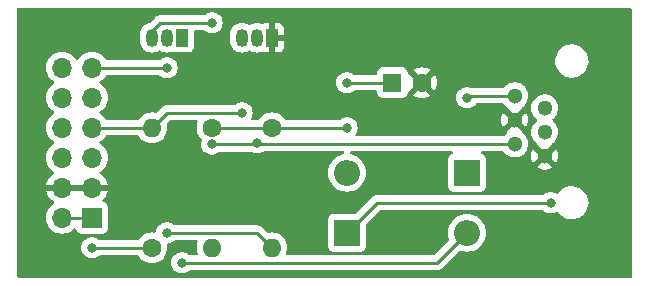
<source format=gbr>
%TF.GenerationSoftware,KiCad,Pcbnew,7.0.7*%
%TF.CreationDate,2023-08-25T15:40:09+02:00*%
%TF.ProjectId,blaat_p1if,626c6161-745f-4703-9169-662e6b696361,rev?*%
%TF.SameCoordinates,Original*%
%TF.FileFunction,Copper,L1,Top*%
%TF.FilePolarity,Positive*%
%FSLAX46Y46*%
G04 Gerber Fmt 4.6, Leading zero omitted, Abs format (unit mm)*
G04 Created by KiCad (PCBNEW 7.0.7) date 2023-08-25 15:40:09*
%MOMM*%
%LPD*%
G01*
G04 APERTURE LIST*
%TA.AperFunction,ComponentPad*%
%ADD10C,1.300000*%
%TD*%
%TA.AperFunction,ComponentPad*%
%ADD11C,1.600000*%
%TD*%
%TA.AperFunction,ComponentPad*%
%ADD12O,1.600000X1.600000*%
%TD*%
%TA.AperFunction,ComponentPad*%
%ADD13R,1.700000X1.700000*%
%TD*%
%TA.AperFunction,ComponentPad*%
%ADD14O,1.700000X1.700000*%
%TD*%
%TA.AperFunction,ComponentPad*%
%ADD15R,1.600000X1.600000*%
%TD*%
%TA.AperFunction,ComponentPad*%
%ADD16R,1.050000X1.500000*%
%TD*%
%TA.AperFunction,ComponentPad*%
%ADD17O,1.050000X1.500000*%
%TD*%
%TA.AperFunction,ComponentPad*%
%ADD18R,2.200000X2.200000*%
%TD*%
%TA.AperFunction,ComponentPad*%
%ADD19O,2.200000X2.200000*%
%TD*%
%TA.AperFunction,ViaPad*%
%ADD20C,0.800000*%
%TD*%
%TA.AperFunction,Conductor*%
%ADD21C,0.250000*%
%TD*%
G04 APERTURE END LIST*
D10*
%TO.P,J1,1*%
%TO.N,Net-(D2-K)*%
X134860000Y-58250000D03*
%TO.P,J1,2*%
%TO.N,SM_DATA_REQUEST*%
X137400000Y-59270000D03*
%TO.P,J1,3*%
%TO.N,GND*%
X134860000Y-60290000D03*
%TO.P,J1,4*%
%TO.N,unconnected-(J1-Pad4)*%
X137400000Y-61310000D03*
%TO.P,J1,5*%
%TO.N,~{SM_DATA}*%
X134860000Y-62330000D03*
%TO.P,J1,6*%
%TO.N,GND*%
X137400000Y-63350000D03*
%TD*%
D11*
%TO.P,R3,1*%
%TO.N,+5V*%
X114300000Y-60960000D03*
D12*
%TO.P,R3,2*%
%TO.N,CTS*%
X114300000Y-71120000D03*
%TD*%
D13*
%TO.P,J2,1,Pin_1*%
%TO.N,VCC*%
X99060000Y-68580000D03*
D14*
%TO.P,J2,2,Pin_2*%
X96520000Y-68580000D03*
%TO.P,J2,3,Pin_3*%
%TO.N,GND*%
X99060000Y-66040000D03*
%TO.P,J2,4,Pin_4*%
X96520000Y-66040000D03*
%TO.P,J2,5,Pin_5*%
%TO.N,RTS*%
X99060000Y-63500000D03*
%TO.P,J2,6,Pin_6*%
%TO.N,unconnected-(J2-Pin_6-Pad6)*%
X96520000Y-63500000D03*
%TO.P,J2,7,Pin_7*%
%TO.N,MCU_DATA*%
X99060000Y-60960000D03*
%TO.P,J2,8,Pin_8*%
%TO.N,unconnected-(J2-Pin_8-Pad8)*%
X96520000Y-60960000D03*
%TO.P,J2,9,Pin_9*%
%TO.N,TXD*%
X99060000Y-58420000D03*
%TO.P,J2,10,Pin_10*%
%TO.N,unconnected-(J2-Pin_10-Pad10)*%
X96520000Y-58420000D03*
%TO.P,J2,11,Pin_11*%
%TO.N,CTS*%
X99060000Y-55880000D03*
%TO.P,J2,12,Pin_12*%
%TO.N,unconnected-(J2-Pin_12-Pad12)*%
X96520000Y-55880000D03*
%TD*%
D15*
%TO.P,C1,1*%
%TO.N,+5V*%
X124500000Y-57150000D03*
D11*
%TO.P,C1,2*%
%TO.N,GND*%
X127000000Y-57150000D03*
%TD*%
D16*
%TO.P,Q1,1,D*%
%TO.N,Net-(D1-A)*%
X106680000Y-53340000D03*
D17*
%TO.P,Q1,2,G*%
%TO.N,CTS*%
X105410000Y-53340000D03*
%TO.P,Q1,3,S*%
%TO.N,+5V*%
X104140000Y-53340000D03*
%TD*%
D16*
%TO.P,Q2,1,S*%
%TO.N,GND*%
X114300000Y-53340000D03*
D17*
%TO.P,Q2,2,G*%
%TO.N,~{SM_DATA}*%
X113030000Y-53340000D03*
%TO.P,Q2,3,D*%
%TO.N,MCU_DATA*%
X111760000Y-53340000D03*
%TD*%
D12*
%TO.P,R2,2*%
%TO.N,~{SM_DATA}*%
X109220000Y-71120000D03*
D11*
%TO.P,R2,1*%
%TO.N,+5V*%
X109220000Y-60960000D03*
%TD*%
D18*
%TO.P,D2,1,K*%
%TO.N,Net-(D2-K)*%
X130810000Y-64770000D03*
D19*
%TO.P,D2,2,A*%
%TO.N,+5V*%
X120650000Y-64770000D03*
%TD*%
D18*
%TO.P,D1,1,K*%
%TO.N,SM_DATA_REQUEST*%
X120650000Y-69850000D03*
D19*
%TO.P,D1,2,A*%
%TO.N,Net-(D1-A)*%
X130810000Y-69850000D03*
%TD*%
D11*
%TO.P,R1,1*%
%TO.N,VCC*%
X104140000Y-71120000D03*
D12*
%TO.P,R1,2*%
%TO.N,MCU_DATA*%
X104140000Y-60960000D03*
%TD*%
D20*
%TO.N,Net-(D2-K)*%
X130810000Y-58420000D03*
%TO.N,VCC*%
X99060000Y-71120000D03*
%TO.N,+5V*%
X109220000Y-52070000D03*
%TO.N,CTS*%
X105410000Y-55880000D03*
%TO.N,~{SM_DATA}*%
X109220000Y-62359503D03*
%TO.N,CTS*%
X105410000Y-69850000D03*
%TO.N,MCU_DATA*%
X111760000Y-59690000D03*
%TO.N,+5V*%
X120650000Y-60960000D03*
X120650000Y-57150000D03*
%TO.N,~{SM_DATA}*%
X113030000Y-62230000D03*
%TO.N,SM_DATA_REQUEST*%
X137900500Y-67310000D03*
%TO.N,Net-(D1-A)*%
X106680000Y-72390000D03*
%TD*%
D21*
%TO.N,Net-(D2-K)*%
X130810000Y-58420000D02*
X130980000Y-58250000D01*
X130980000Y-58250000D02*
X134860000Y-58250000D01*
%TO.N,VCC*%
X104140000Y-71120000D02*
X99060000Y-71120000D01*
X96520000Y-68580000D02*
X99060000Y-68580000D01*
%TO.N,+5V*%
X109220000Y-52070000D02*
X104860000Y-52070000D01*
X104860000Y-52070000D02*
X104140000Y-52790000D01*
X104140000Y-52790000D02*
X104140000Y-53340000D01*
%TO.N,CTS*%
X99060000Y-55880000D02*
X105410000Y-55880000D01*
%TO.N,~{SM_DATA}*%
X112900497Y-62359503D02*
X113030000Y-62230000D01*
X109220000Y-62359503D02*
X112900497Y-62359503D01*
%TO.N,CTS*%
X105410000Y-69850000D02*
X113030000Y-69850000D01*
X113030000Y-69850000D02*
X114300000Y-71120000D01*
%TO.N,MCU_DATA*%
X105410000Y-59690000D02*
X111760000Y-59690000D01*
X104140000Y-60960000D02*
X105410000Y-59690000D01*
X99060000Y-60960000D02*
X104140000Y-60960000D01*
%TO.N,+5V*%
X109220000Y-60960000D02*
X120650000Y-60960000D01*
X124500000Y-57150000D02*
X120650000Y-57150000D01*
%TO.N,~{SM_DATA}*%
X113130000Y-62330000D02*
X113030000Y-62230000D01*
X134860000Y-62330000D02*
X113130000Y-62330000D01*
%TO.N,SM_DATA_REQUEST*%
X123190000Y-67310000D02*
X137900500Y-67310000D01*
X120650000Y-69850000D02*
X123190000Y-67310000D01*
%TO.N,Net-(D1-A)*%
X128270000Y-72390000D02*
X106680000Y-72390000D01*
X130810000Y-69850000D02*
X128270000Y-72390000D01*
%TD*%
%TA.AperFunction,Conductor*%
%TO.N,GND*%
G36*
X98513692Y-65809685D02*
G01*
X98559447Y-65862489D01*
X98569391Y-65931647D01*
X98565631Y-65948933D01*
X98560000Y-65968111D01*
X98560000Y-66111888D01*
X98565631Y-66131067D01*
X98565630Y-66200936D01*
X98527855Y-66259714D01*
X98464299Y-66288738D01*
X98446653Y-66290000D01*
X97133347Y-66290000D01*
X97066308Y-66270315D01*
X97020553Y-66217511D01*
X97010609Y-66148353D01*
X97014369Y-66131067D01*
X97020000Y-66111888D01*
X97020000Y-65968111D01*
X97014369Y-65948933D01*
X97014370Y-65879064D01*
X97052145Y-65820286D01*
X97115701Y-65791262D01*
X97133347Y-65790000D01*
X98446653Y-65790000D01*
X98513692Y-65809685D01*
G37*
%TD.AperFunction*%
%TA.AperFunction,Conductor*%
G36*
X144722539Y-50820185D02*
G01*
X144768294Y-50872989D01*
X144779500Y-50924500D01*
X144779500Y-73535500D01*
X144759815Y-73602539D01*
X144707011Y-73648294D01*
X144655500Y-73659500D01*
X92834500Y-73659500D01*
X92767461Y-73639815D01*
X92721706Y-73587011D01*
X92710500Y-73535500D01*
X92710500Y-71120000D01*
X98154540Y-71120000D01*
X98174326Y-71308256D01*
X98174327Y-71308259D01*
X98232818Y-71488277D01*
X98232821Y-71488284D01*
X98327467Y-71652216D01*
X98435982Y-71772734D01*
X98454129Y-71792888D01*
X98607265Y-71904148D01*
X98607270Y-71904151D01*
X98780192Y-71981142D01*
X98780197Y-71981144D01*
X98965354Y-72020500D01*
X98965355Y-72020500D01*
X99154644Y-72020500D01*
X99154646Y-72020500D01*
X99339803Y-71981144D01*
X99512730Y-71904151D01*
X99665871Y-71792888D01*
X99668788Y-71789647D01*
X99671600Y-71786526D01*
X99731087Y-71749879D01*
X99763748Y-71745500D01*
X102925812Y-71745500D01*
X102992851Y-71765185D01*
X103027387Y-71798377D01*
X103139954Y-71959141D01*
X103300858Y-72120045D01*
X103300861Y-72120047D01*
X103487266Y-72250568D01*
X103693504Y-72346739D01*
X103913308Y-72405635D01*
X104075230Y-72419801D01*
X104139998Y-72425468D01*
X104140000Y-72425468D01*
X104140002Y-72425468D01*
X104196673Y-72420509D01*
X104366692Y-72405635D01*
X104586496Y-72346739D01*
X104792734Y-72250568D01*
X104979139Y-72120047D01*
X105140047Y-71959139D01*
X105270568Y-71772734D01*
X105366739Y-71566496D01*
X105425635Y-71346692D01*
X105445468Y-71120000D01*
X105425635Y-70893308D01*
X105425632Y-70893296D01*
X105425012Y-70889779D01*
X105425188Y-70888199D01*
X105425163Y-70887914D01*
X105425220Y-70887908D01*
X105432752Y-70820340D01*
X105476806Y-70766108D01*
X105521346Y-70746950D01*
X105689803Y-70711144D01*
X105862730Y-70634151D01*
X106015871Y-70522888D01*
X106019333Y-70519043D01*
X106021600Y-70516526D01*
X106081087Y-70479879D01*
X106113748Y-70475500D01*
X107890951Y-70475500D01*
X107957990Y-70495185D01*
X108003745Y-70547989D01*
X108013689Y-70617147D01*
X108003333Y-70651905D01*
X107993262Y-70673502D01*
X107993258Y-70673511D01*
X107934366Y-70893302D01*
X107934364Y-70893313D01*
X107914532Y-71119998D01*
X107914532Y-71120001D01*
X107934364Y-71346686D01*
X107934366Y-71346697D01*
X107993258Y-71566488D01*
X107993260Y-71566492D01*
X107993261Y-71566496D01*
X108003333Y-71588095D01*
X108013825Y-71657173D01*
X107985305Y-71720957D01*
X107926829Y-71759196D01*
X107890951Y-71764500D01*
X107383748Y-71764500D01*
X107316709Y-71744815D01*
X107291600Y-71723474D01*
X107285873Y-71717114D01*
X107285869Y-71717110D01*
X107132734Y-71605851D01*
X107132729Y-71605848D01*
X106959807Y-71528857D01*
X106959802Y-71528855D01*
X106814000Y-71497865D01*
X106774646Y-71489500D01*
X106585354Y-71489500D01*
X106552897Y-71496398D01*
X106400197Y-71528855D01*
X106400192Y-71528857D01*
X106227270Y-71605848D01*
X106227265Y-71605851D01*
X106074129Y-71717111D01*
X105947466Y-71857785D01*
X105852821Y-72021715D01*
X105852818Y-72021722D01*
X105794327Y-72201740D01*
X105794326Y-72201744D01*
X105774540Y-72390000D01*
X105794326Y-72578256D01*
X105794327Y-72578259D01*
X105852818Y-72758277D01*
X105852821Y-72758284D01*
X105947467Y-72922216D01*
X106068401Y-73056526D01*
X106074129Y-73062888D01*
X106227265Y-73174148D01*
X106227270Y-73174151D01*
X106400192Y-73251142D01*
X106400197Y-73251144D01*
X106585354Y-73290500D01*
X106585355Y-73290500D01*
X106774644Y-73290500D01*
X106774646Y-73290500D01*
X106959803Y-73251144D01*
X107132730Y-73174151D01*
X107285871Y-73062888D01*
X107288788Y-73059647D01*
X107291600Y-73056526D01*
X107351087Y-73019879D01*
X107383748Y-73015500D01*
X128187257Y-73015500D01*
X128202877Y-73017224D01*
X128202904Y-73016939D01*
X128210660Y-73017671D01*
X128210667Y-73017673D01*
X128279814Y-73015500D01*
X128309350Y-73015500D01*
X128316228Y-73014630D01*
X128322041Y-73014172D01*
X128368627Y-73012709D01*
X128387869Y-73007117D01*
X128406912Y-73003174D01*
X128426792Y-73000664D01*
X128470122Y-72983507D01*
X128475646Y-72981617D01*
X128479396Y-72980527D01*
X128520390Y-72968618D01*
X128537629Y-72958422D01*
X128555103Y-72949862D01*
X128573727Y-72942488D01*
X128573727Y-72942487D01*
X128573732Y-72942486D01*
X128611449Y-72915082D01*
X128616305Y-72911892D01*
X128656420Y-72888170D01*
X128670589Y-72873999D01*
X128685379Y-72861368D01*
X128701587Y-72849594D01*
X128731299Y-72813676D01*
X128735212Y-72809376D01*
X130151945Y-71392644D01*
X130213266Y-71359161D01*
X130282958Y-71364145D01*
X130287037Y-71365750D01*
X130313889Y-71376873D01*
X130558852Y-71435683D01*
X130810000Y-71455449D01*
X131061148Y-71435683D01*
X131306111Y-71376873D01*
X131538859Y-71280466D01*
X131753659Y-71148836D01*
X131945224Y-70985224D01*
X132108836Y-70793659D01*
X132240466Y-70578859D01*
X132336873Y-70346111D01*
X132395683Y-70101148D01*
X132415449Y-69850000D01*
X132395683Y-69598852D01*
X132336873Y-69353889D01*
X132321918Y-69317784D01*
X132240466Y-69121140D01*
X132108839Y-68906346D01*
X132108838Y-68906343D01*
X132031172Y-68815408D01*
X131945224Y-68714776D01*
X131787422Y-68580000D01*
X131753656Y-68551161D01*
X131753653Y-68551160D01*
X131538859Y-68419533D01*
X131306110Y-68323126D01*
X131061151Y-68264317D01*
X130810000Y-68244551D01*
X130558848Y-68264317D01*
X130313889Y-68323126D01*
X130081140Y-68419533D01*
X129866346Y-68551160D01*
X129866343Y-68551161D01*
X129674776Y-68714776D01*
X129511161Y-68906343D01*
X129511160Y-68906346D01*
X129379533Y-69121140D01*
X129283126Y-69353889D01*
X129224317Y-69598848D01*
X129204551Y-69849999D01*
X129224317Y-70101151D01*
X129283126Y-70346110D01*
X129294232Y-70372921D01*
X129301701Y-70442390D01*
X129270426Y-70504869D01*
X129267352Y-70508055D01*
X128047228Y-71728181D01*
X127985905Y-71761666D01*
X127959547Y-71764500D01*
X115629049Y-71764500D01*
X115562010Y-71744815D01*
X115516255Y-71692011D01*
X115506311Y-71622853D01*
X115516667Y-71588095D01*
X115526739Y-71566496D01*
X115585635Y-71346692D01*
X115605468Y-71120000D01*
X115594783Y-70997870D01*
X119049500Y-70997870D01*
X119049501Y-70997876D01*
X119055908Y-71057483D01*
X119106202Y-71192328D01*
X119106206Y-71192335D01*
X119192452Y-71307544D01*
X119192455Y-71307547D01*
X119307664Y-71393793D01*
X119307671Y-71393797D01*
X119442517Y-71444091D01*
X119442516Y-71444091D01*
X119449444Y-71444835D01*
X119502127Y-71450500D01*
X121797872Y-71450499D01*
X121857483Y-71444091D01*
X121992331Y-71393796D01*
X122107546Y-71307546D01*
X122193796Y-71192331D01*
X122244091Y-71057483D01*
X122250500Y-70997873D01*
X122250499Y-69185452D01*
X122270184Y-69118414D01*
X122286818Y-69097772D01*
X123412772Y-67971819D01*
X123474095Y-67938334D01*
X123500453Y-67935500D01*
X137196752Y-67935500D01*
X137263791Y-67955185D01*
X137288900Y-67976526D01*
X137294626Y-67982885D01*
X137294630Y-67982889D01*
X137447765Y-68094148D01*
X137447770Y-68094151D01*
X137620692Y-68171142D01*
X137620697Y-68171144D01*
X137805854Y-68210500D01*
X137805855Y-68210500D01*
X137995144Y-68210500D01*
X137995146Y-68210500D01*
X138180303Y-68171144D01*
X138303405Y-68116335D01*
X138353228Y-68094152D01*
X138353228Y-68094151D01*
X138353230Y-68094151D01*
X138372688Y-68080013D01*
X138438492Y-68056533D01*
X138506547Y-68072357D01*
X138551163Y-68115315D01*
X138551797Y-68116344D01*
X138569931Y-68145795D01*
X138727436Y-68324755D01*
X138912920Y-68474523D01*
X139121046Y-68590790D01*
X139345828Y-68670211D01*
X139345829Y-68670211D01*
X139580790Y-68710499D01*
X139580798Y-68710499D01*
X139580800Y-68710500D01*
X139580801Y-68710500D01*
X139759502Y-68710500D01*
X139937536Y-68695347D01*
X139937539Y-68695346D01*
X139937541Y-68695346D01*
X140168249Y-68635275D01*
X140300973Y-68575279D01*
X140385480Y-68537080D01*
X140385481Y-68537078D01*
X140385486Y-68537077D01*
X140583003Y-68403579D01*
X140755118Y-68238621D01*
X140896879Y-68046947D01*
X141004207Y-67834074D01*
X141074016Y-67606123D01*
X141104298Y-67369654D01*
X141103747Y-67356692D01*
X141094180Y-67131471D01*
X141094180Y-67131467D01*
X141043954Y-66898419D01*
X141009159Y-66811830D01*
X140955064Y-66677210D01*
X140830069Y-66474205D01*
X140672564Y-66295245D01*
X140487080Y-66145477D01*
X140349891Y-66068838D01*
X140278955Y-66029210D01*
X140054170Y-65949788D01*
X139819209Y-65909500D01*
X139819200Y-65909500D01*
X139640503Y-65909500D01*
X139640498Y-65909500D01*
X139462463Y-65924652D01*
X139231751Y-65984724D01*
X139014519Y-66082919D01*
X139014511Y-66082924D01*
X138817006Y-66216413D01*
X138816997Y-66216421D01*
X138644881Y-66381379D01*
X138644880Y-66381380D01*
X138546549Y-66514333D01*
X138490859Y-66556527D01*
X138421197Y-66561915D01*
X138373969Y-66540916D01*
X138353234Y-66525851D01*
X138353229Y-66525848D01*
X138180307Y-66448857D01*
X138180302Y-66448855D01*
X138034501Y-66417865D01*
X137995146Y-66409500D01*
X137805854Y-66409500D01*
X137773397Y-66416398D01*
X137620697Y-66448855D01*
X137620692Y-66448857D01*
X137447770Y-66525848D01*
X137447765Y-66525851D01*
X137294630Y-66637110D01*
X137294626Y-66637114D01*
X137288900Y-66643474D01*
X137229413Y-66680121D01*
X137196752Y-66684500D01*
X123272737Y-66684500D01*
X123257120Y-66682776D01*
X123257093Y-66683062D01*
X123249331Y-66682327D01*
X123180203Y-66684500D01*
X123150650Y-66684500D01*
X123149929Y-66684590D01*
X123143757Y-66685369D01*
X123137945Y-66685826D01*
X123091372Y-66687290D01*
X123091369Y-66687291D01*
X123072126Y-66692881D01*
X123053083Y-66696825D01*
X123033204Y-66699336D01*
X123033203Y-66699337D01*
X122989878Y-66716490D01*
X122984352Y-66718382D01*
X122939608Y-66731383D01*
X122939604Y-66731385D01*
X122922365Y-66741580D01*
X122904898Y-66750137D01*
X122886269Y-66757512D01*
X122886267Y-66757513D01*
X122848564Y-66784906D01*
X122843682Y-66788112D01*
X122803580Y-66811828D01*
X122789408Y-66826000D01*
X122774623Y-66838628D01*
X122758412Y-66850407D01*
X122728709Y-66886310D01*
X122724777Y-66890631D01*
X121402226Y-68213181D01*
X121340903Y-68246666D01*
X121314545Y-68249500D01*
X119502129Y-68249500D01*
X119502123Y-68249501D01*
X119442516Y-68255908D01*
X119307671Y-68306202D01*
X119307664Y-68306206D01*
X119192455Y-68392452D01*
X119192452Y-68392455D01*
X119106206Y-68507664D01*
X119106202Y-68507671D01*
X119055908Y-68642517D01*
X119049501Y-68702116D01*
X119049500Y-68702135D01*
X119049500Y-70997870D01*
X115594783Y-70997870D01*
X115585635Y-70893308D01*
X115526739Y-70673504D01*
X115430568Y-70467266D01*
X115300047Y-70280861D01*
X115300045Y-70280858D01*
X115139141Y-70119954D01*
X114952734Y-69989432D01*
X114952732Y-69989431D01*
X114746497Y-69893261D01*
X114746488Y-69893258D01*
X114526697Y-69834366D01*
X114526693Y-69834365D01*
X114526692Y-69834365D01*
X114526691Y-69834364D01*
X114526686Y-69834364D01*
X114300002Y-69814532D01*
X114299999Y-69814532D01*
X114073313Y-69834364D01*
X114073296Y-69834367D01*
X114004949Y-69852680D01*
X113935099Y-69851016D01*
X113885177Y-69820586D01*
X113530803Y-69466212D01*
X113520980Y-69453950D01*
X113520759Y-69454134D01*
X113515786Y-69448123D01*
X113515785Y-69448122D01*
X113465364Y-69400773D01*
X113454919Y-69390328D01*
X113444475Y-69379883D01*
X113438986Y-69375625D01*
X113434561Y-69371847D01*
X113400582Y-69339938D01*
X113400580Y-69339936D01*
X113400577Y-69339935D01*
X113383029Y-69330288D01*
X113366763Y-69319604D01*
X113350933Y-69307325D01*
X113308168Y-69288818D01*
X113302922Y-69286248D01*
X113262093Y-69263803D01*
X113262092Y-69263802D01*
X113242693Y-69258822D01*
X113224281Y-69252518D01*
X113205898Y-69244562D01*
X113205892Y-69244560D01*
X113159874Y-69237272D01*
X113154152Y-69236087D01*
X113109021Y-69224500D01*
X113109019Y-69224500D01*
X113088984Y-69224500D01*
X113069586Y-69222973D01*
X113062162Y-69221797D01*
X113049805Y-69219840D01*
X113049804Y-69219840D01*
X113003416Y-69224225D01*
X112997578Y-69224500D01*
X106113748Y-69224500D01*
X106046709Y-69204815D01*
X106021600Y-69183474D01*
X106015873Y-69177114D01*
X106015869Y-69177110D01*
X105862734Y-69065851D01*
X105862729Y-69065848D01*
X105689807Y-68988857D01*
X105689802Y-68988855D01*
X105544000Y-68957865D01*
X105504646Y-68949500D01*
X105315354Y-68949500D01*
X105282897Y-68956398D01*
X105130197Y-68988855D01*
X105130192Y-68988857D01*
X104957270Y-69065848D01*
X104957265Y-69065851D01*
X104804129Y-69177111D01*
X104677466Y-69317785D01*
X104582821Y-69481715D01*
X104582818Y-69481722D01*
X104524327Y-69661740D01*
X104524326Y-69661744D01*
X104523213Y-69672335D01*
X104517538Y-69726329D01*
X104490953Y-69790943D01*
X104433655Y-69830927D01*
X104372386Y-69833261D01*
X104372026Y-69835306D01*
X104366686Y-69834364D01*
X104140002Y-69814532D01*
X104139998Y-69814532D01*
X103913313Y-69834364D01*
X103913302Y-69834366D01*
X103693511Y-69893258D01*
X103693502Y-69893261D01*
X103487267Y-69989431D01*
X103487265Y-69989432D01*
X103300858Y-70119954D01*
X103139954Y-70280858D01*
X103027387Y-70441623D01*
X102972811Y-70485248D01*
X102925812Y-70494500D01*
X99763748Y-70494500D01*
X99696709Y-70474815D01*
X99671600Y-70453474D01*
X99665873Y-70447114D01*
X99665869Y-70447110D01*
X99512734Y-70335851D01*
X99512729Y-70335848D01*
X99339807Y-70258857D01*
X99339802Y-70258855D01*
X99194000Y-70227865D01*
X99154646Y-70219500D01*
X98965354Y-70219500D01*
X98932897Y-70226398D01*
X98780197Y-70258855D01*
X98780192Y-70258857D01*
X98607270Y-70335848D01*
X98607265Y-70335851D01*
X98454129Y-70447111D01*
X98327466Y-70587785D01*
X98232821Y-70751715D01*
X98232818Y-70751722D01*
X98186813Y-70893313D01*
X98174326Y-70931744D01*
X98154540Y-71120000D01*
X92710500Y-71120000D01*
X92710500Y-68580000D01*
X95164341Y-68580000D01*
X95184936Y-68815403D01*
X95184938Y-68815413D01*
X95246094Y-69043655D01*
X95246096Y-69043659D01*
X95246097Y-69043663D01*
X95311292Y-69183474D01*
X95345965Y-69257830D01*
X95345967Y-69257834D01*
X95446055Y-69400773D01*
X95481505Y-69451401D01*
X95648599Y-69618495D01*
X95745384Y-69686265D01*
X95842165Y-69754032D01*
X95842167Y-69754033D01*
X95842170Y-69754035D01*
X96056337Y-69853903D01*
X96284592Y-69915063D01*
X96461034Y-69930500D01*
X96519999Y-69935659D01*
X96520000Y-69935659D01*
X96520001Y-69935659D01*
X96578966Y-69930500D01*
X96755408Y-69915063D01*
X96983663Y-69853903D01*
X97197830Y-69754035D01*
X97391401Y-69618495D01*
X97513329Y-69496566D01*
X97574648Y-69463084D01*
X97644340Y-69468068D01*
X97700274Y-69509939D01*
X97717189Y-69540917D01*
X97766202Y-69672328D01*
X97766206Y-69672335D01*
X97852452Y-69787544D01*
X97852455Y-69787547D01*
X97967664Y-69873793D01*
X97967671Y-69873797D01*
X98102517Y-69924091D01*
X98102516Y-69924091D01*
X98109444Y-69924835D01*
X98162127Y-69930500D01*
X99957872Y-69930499D01*
X100017483Y-69924091D01*
X100152331Y-69873796D01*
X100267546Y-69787546D01*
X100353796Y-69672331D01*
X100404091Y-69537483D01*
X100410500Y-69477873D01*
X100410499Y-67682128D01*
X100404091Y-67622517D01*
X100402810Y-67619083D01*
X100353797Y-67487671D01*
X100353793Y-67487664D01*
X100267547Y-67372455D01*
X100267544Y-67372452D01*
X100152335Y-67286206D01*
X100152328Y-67286202D01*
X100020401Y-67236997D01*
X99964467Y-67195126D01*
X99940050Y-67129662D01*
X99954902Y-67061389D01*
X99976053Y-67033133D01*
X100098108Y-66911078D01*
X100233600Y-66717578D01*
X100333429Y-66503492D01*
X100333432Y-66503486D01*
X100390636Y-66290000D01*
X99673347Y-66290000D01*
X99606308Y-66270315D01*
X99560553Y-66217511D01*
X99550609Y-66148353D01*
X99554369Y-66131067D01*
X99560000Y-66111888D01*
X99560000Y-65968111D01*
X99554369Y-65948933D01*
X99554370Y-65879064D01*
X99592145Y-65820286D01*
X99655701Y-65791262D01*
X99673347Y-65790000D01*
X100390636Y-65790000D01*
X100390635Y-65789999D01*
X100333432Y-65576513D01*
X100333429Y-65576507D01*
X100233600Y-65362422D01*
X100233599Y-65362420D01*
X100098113Y-65168926D01*
X100098108Y-65168920D01*
X99931078Y-65001890D01*
X99745405Y-64871879D01*
X99701780Y-64817302D01*
X99694588Y-64747804D01*
X99726110Y-64685449D01*
X99745406Y-64668730D01*
X99931401Y-64538495D01*
X100098495Y-64371401D01*
X100234035Y-64177830D01*
X100333903Y-63963663D01*
X100395063Y-63735408D01*
X100415659Y-63500000D01*
X100395063Y-63264592D01*
X100333903Y-63036337D01*
X100234035Y-62822171D01*
X100228425Y-62814158D01*
X100098494Y-62628597D01*
X99931402Y-62461506D01*
X99931396Y-62461501D01*
X99745842Y-62331575D01*
X99702217Y-62276998D01*
X99695023Y-62207500D01*
X99726546Y-62145145D01*
X99745842Y-62128425D01*
X99802995Y-62088406D01*
X99931401Y-61998495D01*
X100098495Y-61831401D01*
X100233651Y-61638377D01*
X100288229Y-61594752D01*
X100335227Y-61585500D01*
X102925812Y-61585500D01*
X102992851Y-61605185D01*
X103027387Y-61638377D01*
X103139954Y-61799141D01*
X103300858Y-61960045D01*
X103300861Y-61960047D01*
X103487266Y-62090568D01*
X103693504Y-62186739D01*
X103913308Y-62245635D01*
X104075230Y-62259801D01*
X104139998Y-62265468D01*
X104140000Y-62265468D01*
X104140002Y-62265468D01*
X104196673Y-62260509D01*
X104366692Y-62245635D01*
X104586496Y-62186739D01*
X104792734Y-62090568D01*
X104979139Y-61960047D01*
X105140047Y-61799139D01*
X105270568Y-61612734D01*
X105366739Y-61406496D01*
X105425635Y-61186692D01*
X105445468Y-60960000D01*
X105425635Y-60733308D01*
X105407318Y-60664948D01*
X105408981Y-60595103D01*
X105439408Y-60545181D01*
X105632773Y-60351816D01*
X105694096Y-60318334D01*
X105720453Y-60315500D01*
X107890951Y-60315500D01*
X107957990Y-60335185D01*
X108003745Y-60387989D01*
X108013689Y-60457147D01*
X108003333Y-60491905D01*
X107993262Y-60513502D01*
X107993258Y-60513511D01*
X107934366Y-60733302D01*
X107934364Y-60733313D01*
X107914532Y-60959998D01*
X107914532Y-60960001D01*
X107934364Y-61186686D01*
X107934366Y-61186697D01*
X107993258Y-61406488D01*
X107993261Y-61406497D01*
X108089431Y-61612732D01*
X108089432Y-61612734D01*
X108219954Y-61799141D01*
X108343800Y-61922987D01*
X108377285Y-61984310D01*
X108374050Y-62048985D01*
X108334327Y-62171242D01*
X108334326Y-62171244D01*
X108334326Y-62171247D01*
X108314540Y-62359503D01*
X108334326Y-62547759D01*
X108334327Y-62547762D01*
X108392818Y-62727780D01*
X108392821Y-62727787D01*
X108487467Y-62891719D01*
X108584539Y-62999528D01*
X108614129Y-63032391D01*
X108767265Y-63143651D01*
X108767270Y-63143654D01*
X108940192Y-63220645D01*
X108940197Y-63220647D01*
X109125354Y-63260003D01*
X109125355Y-63260003D01*
X109314644Y-63260003D01*
X109314646Y-63260003D01*
X109499803Y-63220647D01*
X109672730Y-63143654D01*
X109825871Y-63032391D01*
X109829835Y-63027989D01*
X109831600Y-63026029D01*
X109891087Y-62989382D01*
X109923748Y-62985003D01*
X112496861Y-62985003D01*
X112563900Y-63004688D01*
X112569747Y-63008685D01*
X112577270Y-63014151D01*
X112750192Y-63091142D01*
X112750197Y-63091144D01*
X112935354Y-63130500D01*
X112935355Y-63130500D01*
X113124644Y-63130500D01*
X113124646Y-63130500D01*
X113309803Y-63091144D01*
X113482730Y-63014151D01*
X113516822Y-62989382D01*
X113530862Y-62979182D01*
X113596669Y-62955702D01*
X113603747Y-62955500D01*
X120304272Y-62955500D01*
X120371311Y-62975185D01*
X120417066Y-63027989D01*
X120427010Y-63097147D01*
X120397985Y-63160703D01*
X120339207Y-63198477D01*
X120333219Y-63200074D01*
X120153889Y-63243126D01*
X119921140Y-63339533D01*
X119706346Y-63471160D01*
X119706343Y-63471161D01*
X119514776Y-63634776D01*
X119351161Y-63826343D01*
X119351160Y-63826346D01*
X119219533Y-64041140D01*
X119123126Y-64273889D01*
X119064317Y-64518848D01*
X119044551Y-64770000D01*
X119064317Y-65021151D01*
X119123126Y-65266110D01*
X119219533Y-65498859D01*
X119351160Y-65713653D01*
X119351161Y-65713656D01*
X119351164Y-65713659D01*
X119514776Y-65905224D01*
X119607859Y-65984724D01*
X119706343Y-66068838D01*
X119706346Y-66068839D01*
X119921140Y-66200466D01*
X120064179Y-66259714D01*
X120153889Y-66296873D01*
X120398852Y-66355683D01*
X120650000Y-66375449D01*
X120901148Y-66355683D01*
X121146111Y-66296873D01*
X121378859Y-66200466D01*
X121593659Y-66068836D01*
X121785224Y-65905224D01*
X121948836Y-65713659D01*
X122080466Y-65498859D01*
X122176873Y-65266111D01*
X122235683Y-65021148D01*
X122255449Y-64770000D01*
X122235683Y-64518852D01*
X122176873Y-64273889D01*
X122080466Y-64041141D01*
X122080466Y-64041140D01*
X121948839Y-63826346D01*
X121948838Y-63826343D01*
X121889104Y-63756404D01*
X121785224Y-63634776D01*
X121627422Y-63500000D01*
X121593656Y-63471161D01*
X121593653Y-63471160D01*
X121378859Y-63339533D01*
X121146110Y-63243126D01*
X120966781Y-63200074D01*
X120906189Y-63165283D01*
X120874025Y-63103257D01*
X120880501Y-63033688D01*
X120923560Y-62978664D01*
X120989533Y-62955655D01*
X120995728Y-62955500D01*
X129506169Y-62955500D01*
X129573208Y-62975185D01*
X129618963Y-63027989D01*
X129628907Y-63097147D01*
X129599882Y-63160703D01*
X129549502Y-63195682D01*
X129467671Y-63226202D01*
X129467664Y-63226206D01*
X129352455Y-63312452D01*
X129352452Y-63312455D01*
X129266206Y-63427664D01*
X129266202Y-63427671D01*
X129215908Y-63562517D01*
X129209501Y-63622116D01*
X129209501Y-63622123D01*
X129209500Y-63622135D01*
X129209500Y-65917870D01*
X129209501Y-65917876D01*
X129215908Y-65977483D01*
X129266202Y-66112328D01*
X129266206Y-66112335D01*
X129352452Y-66227544D01*
X129352455Y-66227547D01*
X129467664Y-66313793D01*
X129467671Y-66313797D01*
X129602517Y-66364091D01*
X129602516Y-66364091D01*
X129609444Y-66364835D01*
X129662127Y-66370500D01*
X131957872Y-66370499D01*
X132017483Y-66364091D01*
X132152331Y-66313796D01*
X132267546Y-66227546D01*
X132353796Y-66112331D01*
X132404091Y-65977483D01*
X132410500Y-65917873D01*
X132410499Y-63622128D01*
X132404091Y-63562517D01*
X132398391Y-63547235D01*
X132353797Y-63427671D01*
X132353793Y-63427664D01*
X132267547Y-63312455D01*
X132267544Y-63312452D01*
X132152335Y-63226206D01*
X132152328Y-63226202D01*
X132070498Y-63195682D01*
X132014564Y-63153811D01*
X131990147Y-63088347D01*
X132004998Y-63020074D01*
X132054403Y-62970668D01*
X132113831Y-62955500D01*
X133828913Y-62955500D01*
X133895952Y-62975185D01*
X133927865Y-63004771D01*
X134006128Y-63108407D01*
X134163698Y-63252052D01*
X134344981Y-63364298D01*
X134543802Y-63441321D01*
X134753390Y-63480500D01*
X134753392Y-63480500D01*
X134966608Y-63480500D01*
X134966610Y-63480500D01*
X135176198Y-63441321D01*
X135375019Y-63364298D01*
X135556302Y-63252052D01*
X135713872Y-63108407D01*
X135842366Y-62938255D01*
X135896861Y-62828813D01*
X135937403Y-62747394D01*
X135937403Y-62747393D01*
X135937405Y-62747389D01*
X135995756Y-62542310D01*
X136015429Y-62330000D01*
X135995756Y-62117690D01*
X135937405Y-61912611D01*
X135937403Y-61912606D01*
X135937403Y-61912605D01*
X135842367Y-61721746D01*
X135713872Y-61551593D01*
X135648737Y-61492214D01*
X135556302Y-61407948D01*
X135556300Y-61407946D01*
X135556297Y-61407944D01*
X135533340Y-61393729D01*
X135486706Y-61341700D01*
X135481433Y-61310000D01*
X136244571Y-61310000D01*
X136264244Y-61522310D01*
X136320989Y-61721746D01*
X136322596Y-61727392D01*
X136322596Y-61727394D01*
X136417632Y-61918253D01*
X136546127Y-62088406D01*
X136546128Y-62088407D01*
X136703698Y-62232052D01*
X136725632Y-62245633D01*
X136726656Y-62246267D01*
X136773291Y-62298295D01*
X136784552Y-62365983D01*
X136782991Y-62379437D01*
X137216133Y-62812580D01*
X137249618Y-62873903D01*
X137244634Y-62943595D01*
X137202762Y-62999528D01*
X137184748Y-63010745D01*
X137161956Y-63022358D01*
X137161949Y-63022363D01*
X137072363Y-63111949D01*
X137072358Y-63111956D01*
X137060745Y-63134748D01*
X137012770Y-63185544D01*
X136944949Y-63202338D01*
X136878814Y-63179800D01*
X136862580Y-63166133D01*
X136426835Y-62730389D01*
X136418056Y-62742015D01*
X136323066Y-62932783D01*
X136323058Y-62932803D01*
X136264738Y-63137780D01*
X136264737Y-63137783D01*
X136245073Y-63349999D01*
X136245073Y-63350000D01*
X136264737Y-63562216D01*
X136264738Y-63562219D01*
X136323058Y-63767196D01*
X136323066Y-63767216D01*
X136418060Y-63957990D01*
X136426834Y-63969609D01*
X136862579Y-63533865D01*
X136923902Y-63500380D01*
X136993593Y-63505364D01*
X137049527Y-63547235D01*
X137060744Y-63565250D01*
X137072358Y-63588044D01*
X137072363Y-63588050D01*
X137161949Y-63677636D01*
X137161951Y-63677637D01*
X137161955Y-63677641D01*
X137184747Y-63689254D01*
X137235542Y-63737228D01*
X137252337Y-63805049D01*
X137229799Y-63871184D01*
X137216132Y-63887419D01*
X136782991Y-64320560D01*
X136782992Y-64320561D01*
X136885201Y-64383845D01*
X136885210Y-64383850D01*
X137083936Y-64460836D01*
X137083941Y-64460837D01*
X137293439Y-64500000D01*
X137506561Y-64500000D01*
X137716058Y-64460837D01*
X137716063Y-64460836D01*
X137914789Y-64383850D01*
X137914793Y-64383848D01*
X138017007Y-64320560D01*
X137583866Y-63887419D01*
X137550381Y-63826096D01*
X137555365Y-63756404D01*
X137597237Y-63700471D01*
X137615245Y-63689258D01*
X137638045Y-63677641D01*
X137727641Y-63588045D01*
X137739254Y-63565252D01*
X137787225Y-63514458D01*
X137855046Y-63497661D01*
X137921181Y-63520197D01*
X137937419Y-63533866D01*
X138373163Y-63969610D01*
X138381935Y-63957996D01*
X138381938Y-63957991D01*
X138476935Y-63767211D01*
X138476941Y-63767196D01*
X138535261Y-63562219D01*
X138535262Y-63562216D01*
X138554927Y-63350000D01*
X138554927Y-63349999D01*
X138535262Y-63137783D01*
X138535261Y-63137780D01*
X138476941Y-62932803D01*
X138476933Y-62932783D01*
X138381940Y-62742010D01*
X138373163Y-62730388D01*
X137937419Y-63166132D01*
X137876096Y-63199617D01*
X137806404Y-63194633D01*
X137750471Y-63152761D01*
X137739256Y-63134751D01*
X137727641Y-63111955D01*
X137727637Y-63111951D01*
X137727636Y-63111949D01*
X137638050Y-63022363D01*
X137638046Y-63022360D01*
X137638045Y-63022359D01*
X137636853Y-63021752D01*
X137615250Y-63010744D01*
X137564454Y-62962769D01*
X137547660Y-62894948D01*
X137570198Y-62828813D01*
X137583865Y-62812579D01*
X138017006Y-62379438D01*
X138015446Y-62365985D01*
X138027273Y-62297123D01*
X138073342Y-62246268D01*
X138096302Y-62232052D01*
X138253872Y-62088407D01*
X138382366Y-61918255D01*
X138477405Y-61727389D01*
X138535756Y-61522310D01*
X138555429Y-61310000D01*
X138535756Y-61097690D01*
X138477405Y-60892611D01*
X138477403Y-60892606D01*
X138477403Y-60892605D01*
X138382367Y-60701746D01*
X138253872Y-60531593D01*
X138215196Y-60496335D01*
X138096302Y-60387948D01*
X138096300Y-60387946D01*
X138092065Y-60384086D01*
X138093142Y-60382903D01*
X138055995Y-60332839D01*
X138051307Y-60263126D01*
X138085052Y-60201946D01*
X138093002Y-60195059D01*
X138096297Y-60192054D01*
X138096302Y-60192052D01*
X138253872Y-60048407D01*
X138382366Y-59878255D01*
X138425527Y-59791575D01*
X138477403Y-59687394D01*
X138477403Y-59687393D01*
X138477405Y-59687389D01*
X138535756Y-59482310D01*
X138555429Y-59270000D01*
X138535756Y-59057690D01*
X138477405Y-58852611D01*
X138477403Y-58852606D01*
X138477403Y-58852605D01*
X138382367Y-58661746D01*
X138253872Y-58491593D01*
X138201765Y-58444091D01*
X138096302Y-58347948D01*
X137915019Y-58235702D01*
X137915017Y-58235701D01*
X137783072Y-58184586D01*
X137716198Y-58158679D01*
X137506610Y-58119500D01*
X137293390Y-58119500D01*
X137083802Y-58158679D01*
X137083799Y-58158679D01*
X137083799Y-58158680D01*
X136884982Y-58235701D01*
X136884980Y-58235702D01*
X136703699Y-58347947D01*
X136546127Y-58491593D01*
X136417632Y-58661746D01*
X136322596Y-58852605D01*
X136322596Y-58852607D01*
X136264244Y-59057689D01*
X136244571Y-59269999D01*
X136244571Y-59270000D01*
X136264244Y-59482310D01*
X136322596Y-59687392D01*
X136322596Y-59687394D01*
X136417632Y-59878253D01*
X136481146Y-59962358D01*
X136546128Y-60048407D01*
X136703698Y-60192052D01*
X136703699Y-60192053D01*
X136707935Y-60195914D01*
X136706858Y-60197095D01*
X136744007Y-60247172D01*
X136748688Y-60316885D01*
X136714937Y-60378062D01*
X136706984Y-60384952D01*
X136546127Y-60531593D01*
X136417632Y-60701746D01*
X136322596Y-60892605D01*
X136322596Y-60892607D01*
X136303421Y-60960001D01*
X136264244Y-61097690D01*
X136244571Y-61310000D01*
X135481433Y-61310000D01*
X135475446Y-61274013D01*
X135477006Y-61260560D01*
X135043866Y-60827419D01*
X135010381Y-60766096D01*
X135015365Y-60696404D01*
X135057237Y-60640471D01*
X135075245Y-60629258D01*
X135098045Y-60617641D01*
X135187641Y-60528045D01*
X135199254Y-60505252D01*
X135247225Y-60454458D01*
X135315046Y-60437661D01*
X135381181Y-60460197D01*
X135397419Y-60473866D01*
X135833163Y-60909610D01*
X135841935Y-60897996D01*
X135841938Y-60897991D01*
X135936935Y-60707211D01*
X135936941Y-60707196D01*
X135995261Y-60502219D01*
X135995262Y-60502216D01*
X136014927Y-60290000D01*
X136014927Y-60289999D01*
X135995262Y-60077783D01*
X135995261Y-60077780D01*
X135936941Y-59872803D01*
X135936933Y-59872783D01*
X135841940Y-59682010D01*
X135833163Y-59670388D01*
X135397419Y-60106132D01*
X135336096Y-60139617D01*
X135266404Y-60134633D01*
X135210471Y-60092761D01*
X135199256Y-60074751D01*
X135187641Y-60051955D01*
X135187637Y-60051951D01*
X135187636Y-60051949D01*
X135098050Y-59962363D01*
X135098046Y-59962360D01*
X135098045Y-59962359D01*
X135093323Y-59959953D01*
X135075250Y-59950744D01*
X135024454Y-59902769D01*
X135007660Y-59834948D01*
X135030198Y-59768813D01*
X135043865Y-59752579D01*
X135477006Y-59319438D01*
X135475446Y-59305985D01*
X135487273Y-59237123D01*
X135533342Y-59186268D01*
X135556302Y-59172052D01*
X135713872Y-59028407D01*
X135842366Y-58858255D01*
X135937405Y-58667389D01*
X135995756Y-58462310D01*
X136015429Y-58250000D01*
X135995756Y-58037690D01*
X135937405Y-57832611D01*
X135937403Y-57832606D01*
X135937403Y-57832605D01*
X135842367Y-57641746D01*
X135713872Y-57471593D01*
X135622230Y-57388050D01*
X135556302Y-57327948D01*
X135375019Y-57215702D01*
X135375017Y-57215701D01*
X135205421Y-57150000D01*
X135176198Y-57138679D01*
X134966610Y-57099500D01*
X134753390Y-57099500D01*
X134543802Y-57138679D01*
X134543799Y-57138679D01*
X134543799Y-57138680D01*
X134344982Y-57215701D01*
X134344980Y-57215702D01*
X134163699Y-57327947D01*
X134006127Y-57471593D01*
X133970868Y-57518284D01*
X133940230Y-57558856D01*
X133927867Y-57575227D01*
X133871758Y-57616863D01*
X133828913Y-57624500D01*
X131263597Y-57624500D01*
X131213161Y-57613779D01*
X131089807Y-57558857D01*
X131089802Y-57558855D01*
X130944001Y-57527865D01*
X130904646Y-57519500D01*
X130715354Y-57519500D01*
X130682897Y-57526398D01*
X130530197Y-57558855D01*
X130530192Y-57558857D01*
X130357270Y-57635848D01*
X130357265Y-57635851D01*
X130204129Y-57747111D01*
X130077466Y-57887785D01*
X129982821Y-58051715D01*
X129982818Y-58051722D01*
X129925209Y-58229025D01*
X129924326Y-58231744D01*
X129904540Y-58420000D01*
X129924326Y-58608256D01*
X129924327Y-58608259D01*
X129982818Y-58788277D01*
X129982821Y-58788284D01*
X130077467Y-58952216D01*
X130181081Y-59067291D01*
X130204129Y-59092888D01*
X130357265Y-59204148D01*
X130357270Y-59204151D01*
X130530192Y-59281142D01*
X130530197Y-59281144D01*
X130715354Y-59320500D01*
X130715355Y-59320500D01*
X130904644Y-59320500D01*
X130904646Y-59320500D01*
X131089803Y-59281144D01*
X131262730Y-59204151D01*
X131415871Y-59092888D01*
X131542533Y-58952216D01*
X131548257Y-58942300D01*
X131551031Y-58937498D01*
X131601598Y-58889284D01*
X131658417Y-58875500D01*
X133828913Y-58875500D01*
X133895952Y-58895185D01*
X133927867Y-58924773D01*
X133997597Y-59017111D01*
X134006128Y-59028407D01*
X134163698Y-59172052D01*
X134186653Y-59186265D01*
X134186656Y-59186267D01*
X134233291Y-59238295D01*
X134244552Y-59305983D01*
X134242991Y-59319437D01*
X134676133Y-59752580D01*
X134709618Y-59813903D01*
X134704634Y-59883595D01*
X134662762Y-59939528D01*
X134644748Y-59950745D01*
X134621956Y-59962358D01*
X134621949Y-59962363D01*
X134532363Y-60051949D01*
X134532358Y-60051956D01*
X134520745Y-60074748D01*
X134472770Y-60125544D01*
X134404949Y-60142338D01*
X134338814Y-60119800D01*
X134322580Y-60106133D01*
X133886835Y-59670389D01*
X133878056Y-59682015D01*
X133783066Y-59872783D01*
X133783058Y-59872803D01*
X133724738Y-60077780D01*
X133724737Y-60077783D01*
X133705073Y-60289999D01*
X133705073Y-60290000D01*
X133724737Y-60502216D01*
X133724738Y-60502219D01*
X133783058Y-60707196D01*
X133783066Y-60707216D01*
X133878060Y-60897990D01*
X133886834Y-60909609D01*
X134322579Y-60473865D01*
X134383902Y-60440380D01*
X134453593Y-60445364D01*
X134509527Y-60487235D01*
X134520744Y-60505250D01*
X134531752Y-60526853D01*
X134532358Y-60528044D01*
X134532363Y-60528050D01*
X134621949Y-60617636D01*
X134621951Y-60617637D01*
X134621955Y-60617641D01*
X134644747Y-60629254D01*
X134695542Y-60677228D01*
X134712337Y-60745049D01*
X134689799Y-60811184D01*
X134676132Y-60827419D01*
X134242991Y-61260561D01*
X134244552Y-61274016D01*
X134232724Y-61342877D01*
X134186659Y-61393730D01*
X134163700Y-61407946D01*
X134006127Y-61551593D01*
X133927867Y-61655227D01*
X133871758Y-61696863D01*
X133828913Y-61704500D01*
X121469900Y-61704500D01*
X121402861Y-61684815D01*
X121357106Y-61632011D01*
X121347162Y-61562853D01*
X121376187Y-61499297D01*
X121377750Y-61497528D01*
X121382533Y-61492216D01*
X121477179Y-61328284D01*
X121535674Y-61148256D01*
X121555460Y-60960000D01*
X121535674Y-60771744D01*
X121477179Y-60591716D01*
X121382533Y-60427784D01*
X121255871Y-60287112D01*
X121255870Y-60287111D01*
X121102734Y-60175851D01*
X121102729Y-60175848D01*
X120929807Y-60098857D01*
X120929802Y-60098855D01*
X120784000Y-60067865D01*
X120744646Y-60059500D01*
X120555354Y-60059500D01*
X120522897Y-60066398D01*
X120370197Y-60098855D01*
X120370192Y-60098857D01*
X120197270Y-60175848D01*
X120197265Y-60175851D01*
X120044130Y-60287110D01*
X120044126Y-60287114D01*
X120038400Y-60293474D01*
X119978913Y-60330121D01*
X119946252Y-60334500D01*
X115514188Y-60334500D01*
X115447149Y-60314815D01*
X115412613Y-60281623D01*
X115300045Y-60120858D01*
X115139141Y-59959954D01*
X114952734Y-59829432D01*
X114952732Y-59829431D01*
X114746497Y-59733261D01*
X114746488Y-59733258D01*
X114526697Y-59674366D01*
X114526693Y-59674365D01*
X114526692Y-59674365D01*
X114526691Y-59674364D01*
X114526686Y-59674364D01*
X114300002Y-59654532D01*
X114299998Y-59654532D01*
X114073313Y-59674364D01*
X114073302Y-59674366D01*
X113853511Y-59733258D01*
X113853502Y-59733261D01*
X113647267Y-59829431D01*
X113647265Y-59829432D01*
X113460858Y-59959954D01*
X113299954Y-60120858D01*
X113187387Y-60281623D01*
X113132811Y-60325248D01*
X113085812Y-60334500D01*
X112642480Y-60334500D01*
X112575441Y-60314815D01*
X112529686Y-60262011D01*
X112519742Y-60192853D01*
X112535093Y-60148500D01*
X112563754Y-60098857D01*
X112587179Y-60058284D01*
X112645674Y-59878256D01*
X112665460Y-59690000D01*
X112645674Y-59501744D01*
X112587179Y-59321716D01*
X112492533Y-59157784D01*
X112365871Y-59017112D01*
X112365870Y-59017111D01*
X112212734Y-58905851D01*
X112212729Y-58905848D01*
X112039807Y-58828857D01*
X112039802Y-58828855D01*
X111894001Y-58797865D01*
X111854646Y-58789500D01*
X111665354Y-58789500D01*
X111632897Y-58796398D01*
X111480197Y-58828855D01*
X111480192Y-58828857D01*
X111307270Y-58905848D01*
X111307265Y-58905851D01*
X111154130Y-59017110D01*
X111154126Y-59017114D01*
X111148400Y-59023474D01*
X111088913Y-59060121D01*
X111056252Y-59064500D01*
X105492737Y-59064500D01*
X105477120Y-59062776D01*
X105477093Y-59063062D01*
X105469331Y-59062327D01*
X105400203Y-59064500D01*
X105370650Y-59064500D01*
X105369929Y-59064590D01*
X105363757Y-59065369D01*
X105357945Y-59065826D01*
X105311373Y-59067290D01*
X105311372Y-59067290D01*
X105292129Y-59072881D01*
X105273079Y-59076825D01*
X105253211Y-59079334D01*
X105253209Y-59079335D01*
X105209884Y-59096488D01*
X105204357Y-59098380D01*
X105159610Y-59111381D01*
X105159609Y-59111382D01*
X105142367Y-59121579D01*
X105124899Y-59130137D01*
X105106269Y-59137513D01*
X105106267Y-59137514D01*
X105068576Y-59164898D01*
X105063694Y-59168105D01*
X105023579Y-59191830D01*
X105009408Y-59206000D01*
X104994623Y-59218628D01*
X104978412Y-59230407D01*
X104948709Y-59266310D01*
X104944777Y-59270631D01*
X104554821Y-59660586D01*
X104493498Y-59694071D01*
X104435048Y-59692680D01*
X104366697Y-59674366D01*
X104366693Y-59674365D01*
X104366692Y-59674365D01*
X104253345Y-59664448D01*
X104140001Y-59654532D01*
X104139998Y-59654532D01*
X103913313Y-59674364D01*
X103913302Y-59674366D01*
X103693511Y-59733258D01*
X103693502Y-59733261D01*
X103487267Y-59829431D01*
X103487265Y-59829432D01*
X103300858Y-59959954D01*
X103139954Y-60120858D01*
X103027387Y-60281623D01*
X102972811Y-60325248D01*
X102925812Y-60334500D01*
X100335227Y-60334500D01*
X100268188Y-60314815D01*
X100233652Y-60281623D01*
X100098494Y-60088597D01*
X99931402Y-59921506D01*
X99931396Y-59921501D01*
X99745842Y-59791575D01*
X99702217Y-59736998D01*
X99695023Y-59667500D01*
X99726546Y-59605145D01*
X99745842Y-59588425D01*
X99869635Y-59501744D01*
X99931401Y-59458495D01*
X100098495Y-59291401D01*
X100234035Y-59097830D01*
X100333903Y-58883663D01*
X100395063Y-58655408D01*
X100415659Y-58420000D01*
X100413366Y-58393797D01*
X100403422Y-58280131D01*
X100395063Y-58184592D01*
X100333903Y-57956337D01*
X100234035Y-57742171D01*
X100228425Y-57734158D01*
X100098494Y-57548597D01*
X99931402Y-57381506D01*
X99931396Y-57381501D01*
X99745842Y-57251575D01*
X99702217Y-57196998D01*
X99697352Y-57150000D01*
X119744540Y-57150000D01*
X119764326Y-57338256D01*
X119764327Y-57338259D01*
X119822818Y-57518277D01*
X119822821Y-57518284D01*
X119917467Y-57682216D01*
X120009994Y-57784977D01*
X120044129Y-57822888D01*
X120197265Y-57934148D01*
X120197270Y-57934151D01*
X120370192Y-58011142D01*
X120370197Y-58011144D01*
X120555354Y-58050500D01*
X120555355Y-58050500D01*
X120744644Y-58050500D01*
X120744646Y-58050500D01*
X120929803Y-58011144D01*
X121102730Y-57934151D01*
X121255871Y-57822888D01*
X121258788Y-57819647D01*
X121261600Y-57816526D01*
X121321087Y-57779879D01*
X121353748Y-57775500D01*
X123075501Y-57775500D01*
X123142540Y-57795185D01*
X123188295Y-57847989D01*
X123199501Y-57899500D01*
X123199501Y-57997876D01*
X123205908Y-58057483D01*
X123256202Y-58192328D01*
X123256206Y-58192335D01*
X123342452Y-58307544D01*
X123342455Y-58307547D01*
X123457664Y-58393793D01*
X123457671Y-58393797D01*
X123592517Y-58444091D01*
X123592516Y-58444091D01*
X123599444Y-58444835D01*
X123652127Y-58450500D01*
X125347872Y-58450499D01*
X125407483Y-58444091D01*
X125542331Y-58393796D01*
X125657546Y-58307546D01*
X125743796Y-58192331D01*
X125794091Y-58057483D01*
X125800500Y-57997873D01*
X125800499Y-57997845D01*
X125800678Y-57994547D01*
X125802183Y-57994627D01*
X125820112Y-57933326D01*
X125872868Y-57887514D01*
X125916464Y-57879981D01*
X126462580Y-57333865D01*
X126523903Y-57300380D01*
X126593594Y-57305364D01*
X126649528Y-57347235D01*
X126660742Y-57365246D01*
X126666527Y-57376599D01*
X126672358Y-57388044D01*
X126672363Y-57388050D01*
X126761949Y-57477636D01*
X126761951Y-57477637D01*
X126761955Y-57477641D01*
X126784747Y-57489254D01*
X126835542Y-57537228D01*
X126852337Y-57605049D01*
X126829799Y-57671184D01*
X126816132Y-57687419D01*
X126274526Y-58229025D01*
X126274526Y-58229026D01*
X126347512Y-58280131D01*
X126347516Y-58280133D01*
X126553673Y-58376265D01*
X126553682Y-58376269D01*
X126773389Y-58435139D01*
X126773400Y-58435141D01*
X126999998Y-58454966D01*
X127000002Y-58454966D01*
X127226599Y-58435141D01*
X127226610Y-58435139D01*
X127446317Y-58376269D01*
X127446331Y-58376264D01*
X127652478Y-58280136D01*
X127725472Y-58229025D01*
X127183866Y-57687419D01*
X127150381Y-57626096D01*
X127155365Y-57556404D01*
X127197237Y-57500471D01*
X127215245Y-57489258D01*
X127238045Y-57477641D01*
X127327641Y-57388045D01*
X127339254Y-57365252D01*
X127387225Y-57314458D01*
X127455046Y-57297661D01*
X127521181Y-57320197D01*
X127537419Y-57333866D01*
X128079025Y-57875472D01*
X128130136Y-57802478D01*
X128226264Y-57596331D01*
X128226269Y-57596317D01*
X128285139Y-57376610D01*
X128285141Y-57376599D01*
X128304966Y-57150002D01*
X128304966Y-57149997D01*
X128285141Y-56923400D01*
X128285139Y-56923389D01*
X128226269Y-56703682D01*
X128226265Y-56703673D01*
X128130133Y-56497516D01*
X128130131Y-56497512D01*
X128079026Y-56424526D01*
X128079025Y-56424526D01*
X127537419Y-56966132D01*
X127476096Y-56999617D01*
X127406404Y-56994633D01*
X127350471Y-56952761D01*
X127339256Y-56934751D01*
X127327641Y-56911955D01*
X127327637Y-56911951D01*
X127327636Y-56911949D01*
X127238050Y-56822363D01*
X127238044Y-56822358D01*
X127228109Y-56817296D01*
X127215250Y-56810744D01*
X127164456Y-56762773D01*
X127147660Y-56694952D01*
X127170197Y-56628817D01*
X127183865Y-56612580D01*
X127725472Y-56070973D01*
X127652483Y-56019866D01*
X127652481Y-56019865D01*
X127446326Y-55923734D01*
X127446317Y-55923730D01*
X127226610Y-55864860D01*
X127226599Y-55864858D01*
X127000002Y-55845034D01*
X126999998Y-55845034D01*
X126773400Y-55864858D01*
X126773389Y-55864860D01*
X126553682Y-55923730D01*
X126553673Y-55923734D01*
X126347513Y-56019868D01*
X126274526Y-56070973D01*
X126816133Y-56612580D01*
X126849618Y-56673903D01*
X126844634Y-56743595D01*
X126802762Y-56799528D01*
X126784748Y-56810745D01*
X126761956Y-56822358D01*
X126761949Y-56822363D01*
X126672363Y-56911949D01*
X126672358Y-56911956D01*
X126660745Y-56934748D01*
X126612770Y-56985544D01*
X126544949Y-57002338D01*
X126478814Y-56979800D01*
X126462580Y-56966133D01*
X125915797Y-56419351D01*
X125866804Y-56409505D01*
X125816622Y-56360889D01*
X125802011Y-56305364D01*
X125800900Y-56305423D01*
X125800854Y-56305429D01*
X125800853Y-56305426D01*
X125800676Y-56305436D01*
X125800499Y-56302135D01*
X125800499Y-56302128D01*
X125794091Y-56242517D01*
X125758016Y-56145796D01*
X125743797Y-56107671D01*
X125743793Y-56107664D01*
X125657547Y-55992455D01*
X125657544Y-55992452D01*
X125542335Y-55906206D01*
X125542328Y-55906202D01*
X125407482Y-55855908D01*
X125407483Y-55855908D01*
X125347883Y-55849501D01*
X125347881Y-55849500D01*
X125347873Y-55849500D01*
X125347864Y-55849500D01*
X123652129Y-55849500D01*
X123652123Y-55849501D01*
X123592516Y-55855908D01*
X123457671Y-55906202D01*
X123457664Y-55906206D01*
X123342455Y-55992452D01*
X123342452Y-55992455D01*
X123256206Y-56107664D01*
X123256202Y-56107671D01*
X123205908Y-56242517D01*
X123199501Y-56302116D01*
X123199501Y-56302123D01*
X123199500Y-56302135D01*
X123199500Y-56400500D01*
X123179815Y-56467539D01*
X123127011Y-56513294D01*
X123075500Y-56524500D01*
X121353748Y-56524500D01*
X121286709Y-56504815D01*
X121261600Y-56483474D01*
X121255873Y-56477114D01*
X121255869Y-56477110D01*
X121102734Y-56365851D01*
X121102729Y-56365848D01*
X120929807Y-56288857D01*
X120929802Y-56288855D01*
X120784001Y-56257865D01*
X120744646Y-56249500D01*
X120555354Y-56249500D01*
X120522897Y-56256398D01*
X120370197Y-56288855D01*
X120370192Y-56288857D01*
X120197270Y-56365848D01*
X120197265Y-56365851D01*
X120044129Y-56477111D01*
X119917466Y-56617785D01*
X119822821Y-56781715D01*
X119822818Y-56781722D01*
X119764327Y-56961740D01*
X119764326Y-56961744D01*
X119744540Y-57150000D01*
X99697352Y-57150000D01*
X99695023Y-57127500D01*
X99726546Y-57065145D01*
X99745842Y-57048425D01*
X99869635Y-56961744D01*
X99931401Y-56918495D01*
X100098495Y-56751401D01*
X100233651Y-56558377D01*
X100288229Y-56514752D01*
X100335227Y-56505500D01*
X104706252Y-56505500D01*
X104773291Y-56525185D01*
X104798400Y-56546526D01*
X104804126Y-56552885D01*
X104804130Y-56552889D01*
X104957265Y-56664148D01*
X104957270Y-56664151D01*
X105130192Y-56741142D01*
X105130197Y-56741144D01*
X105315354Y-56780500D01*
X105315355Y-56780500D01*
X105504644Y-56780500D01*
X105504646Y-56780500D01*
X105689803Y-56741144D01*
X105862730Y-56664151D01*
X106015871Y-56552888D01*
X106142533Y-56412216D01*
X106237179Y-56248284D01*
X106295674Y-56068256D01*
X106315460Y-55880000D01*
X106295674Y-55691744D01*
X106237179Y-55511716D01*
X106142533Y-55347784D01*
X106054799Y-55250346D01*
X138295702Y-55250346D01*
X138305819Y-55488528D01*
X138305819Y-55488532D01*
X138356045Y-55721580D01*
X138444935Y-55942788D01*
X138444936Y-55942790D01*
X138569931Y-56145795D01*
X138727436Y-56324755D01*
X138912920Y-56474523D01*
X139121046Y-56590790D01*
X139228673Y-56628817D01*
X139345829Y-56670211D01*
X139580790Y-56710499D01*
X139580798Y-56710499D01*
X139580800Y-56710500D01*
X139580801Y-56710500D01*
X139759502Y-56710500D01*
X139937536Y-56695347D01*
X139937539Y-56695346D01*
X139937541Y-56695346D01*
X140168249Y-56635275D01*
X140321853Y-56565841D01*
X140385480Y-56537080D01*
X140385481Y-56537078D01*
X140385486Y-56537077D01*
X140583003Y-56403579D01*
X140755118Y-56238621D01*
X140896879Y-56046947D01*
X141004207Y-55834074D01*
X141074016Y-55606123D01*
X141104298Y-55369654D01*
X141094180Y-55131468D01*
X141069910Y-55018857D01*
X141043954Y-54898419D01*
X140998748Y-54785920D01*
X140955064Y-54677210D01*
X140830069Y-54474205D01*
X140672564Y-54295245D01*
X140487080Y-54145477D01*
X140373130Y-54081820D01*
X140278955Y-54029210D01*
X140054170Y-53949788D01*
X139819209Y-53909500D01*
X139819200Y-53909500D01*
X139640503Y-53909500D01*
X139640498Y-53909500D01*
X139462463Y-53924652D01*
X139231751Y-53984724D01*
X139014519Y-54082919D01*
X139014511Y-54082924D01*
X138817006Y-54216413D01*
X138816997Y-54216421D01*
X138644881Y-54381379D01*
X138503123Y-54573050D01*
X138503120Y-54573054D01*
X138395796Y-54785920D01*
X138395793Y-54785926D01*
X138325983Y-55013878D01*
X138295702Y-55250346D01*
X106054799Y-55250346D01*
X106015871Y-55207112D01*
X106015870Y-55207111D01*
X105862734Y-55095851D01*
X105862729Y-55095848D01*
X105689807Y-55018857D01*
X105689802Y-55018855D01*
X105544000Y-54987865D01*
X105504646Y-54979500D01*
X105315354Y-54979500D01*
X105282897Y-54986398D01*
X105130197Y-55018855D01*
X105130192Y-55018857D01*
X104957270Y-55095848D01*
X104957265Y-55095851D01*
X104804130Y-55207110D01*
X104804126Y-55207114D01*
X104798400Y-55213474D01*
X104738913Y-55250121D01*
X104706252Y-55254500D01*
X100335227Y-55254500D01*
X100268188Y-55234815D01*
X100233652Y-55201623D01*
X100098494Y-55008597D01*
X99931402Y-54841506D01*
X99931395Y-54841501D01*
X99737834Y-54705967D01*
X99737830Y-54705965D01*
X99676165Y-54677210D01*
X99523663Y-54606097D01*
X99523659Y-54606096D01*
X99523655Y-54606094D01*
X99295413Y-54544938D01*
X99295403Y-54544936D01*
X99060001Y-54524341D01*
X99059999Y-54524341D01*
X98824596Y-54544936D01*
X98824586Y-54544938D01*
X98596344Y-54606094D01*
X98596335Y-54606098D01*
X98382171Y-54705964D01*
X98382169Y-54705965D01*
X98188597Y-54841505D01*
X98021505Y-55008597D01*
X97891575Y-55194158D01*
X97836998Y-55237783D01*
X97767500Y-55244977D01*
X97705145Y-55213454D01*
X97688425Y-55194158D01*
X97558494Y-55008597D01*
X97391402Y-54841506D01*
X97391395Y-54841501D01*
X97197834Y-54705967D01*
X97197830Y-54705965D01*
X97136165Y-54677210D01*
X96983663Y-54606097D01*
X96983659Y-54606096D01*
X96983655Y-54606094D01*
X96755413Y-54544938D01*
X96755403Y-54544936D01*
X96520001Y-54524341D01*
X96519999Y-54524341D01*
X96284596Y-54544936D01*
X96284586Y-54544938D01*
X96056344Y-54606094D01*
X96056335Y-54606098D01*
X95842171Y-54705964D01*
X95842169Y-54705965D01*
X95648597Y-54841505D01*
X95481505Y-55008597D01*
X95345965Y-55202169D01*
X95345964Y-55202171D01*
X95246098Y-55416335D01*
X95246094Y-55416344D01*
X95184938Y-55644586D01*
X95184936Y-55644596D01*
X95164341Y-55879999D01*
X95164341Y-55880000D01*
X95184936Y-56115403D01*
X95184938Y-56115413D01*
X95246094Y-56343655D01*
X95246096Y-56343659D01*
X95246097Y-56343663D01*
X95325877Y-56514752D01*
X95345965Y-56557830D01*
X95345967Y-56557834D01*
X95448085Y-56703673D01*
X95481504Y-56751400D01*
X95481506Y-56751402D01*
X95648597Y-56918493D01*
X95648603Y-56918498D01*
X95834158Y-57048425D01*
X95877783Y-57103002D01*
X95884977Y-57172500D01*
X95853454Y-57234855D01*
X95834158Y-57251575D01*
X95648597Y-57381505D01*
X95481505Y-57548597D01*
X95345965Y-57742169D01*
X95345964Y-57742171D01*
X95246098Y-57956335D01*
X95246094Y-57956344D01*
X95184938Y-58184586D01*
X95184936Y-58184596D01*
X95164341Y-58419999D01*
X95164341Y-58420000D01*
X95184936Y-58655403D01*
X95184938Y-58655413D01*
X95246094Y-58883655D01*
X95246096Y-58883659D01*
X95246097Y-58883663D01*
X95326004Y-59055023D01*
X95345965Y-59097830D01*
X95345967Y-59097834D01*
X95443499Y-59237123D01*
X95481504Y-59291400D01*
X95481506Y-59291402D01*
X95648597Y-59458493D01*
X95648603Y-59458498D01*
X95834158Y-59588425D01*
X95877783Y-59643002D01*
X95884977Y-59712500D01*
X95853454Y-59774855D01*
X95834158Y-59791575D01*
X95648597Y-59921505D01*
X95481505Y-60088597D01*
X95345965Y-60282169D01*
X95345964Y-60282171D01*
X95246098Y-60496335D01*
X95246094Y-60496344D01*
X95184938Y-60724586D01*
X95184936Y-60724596D01*
X95164341Y-60959999D01*
X95164341Y-60960000D01*
X95184936Y-61195403D01*
X95184938Y-61195413D01*
X95246094Y-61423655D01*
X95246096Y-61423659D01*
X95246097Y-61423663D01*
X95250000Y-61432032D01*
X95345965Y-61637830D01*
X95345967Y-61637834D01*
X95408675Y-61727389D01*
X95481504Y-61831400D01*
X95481506Y-61831402D01*
X95648597Y-61998493D01*
X95648603Y-61998498D01*
X95834158Y-62128425D01*
X95877783Y-62183002D01*
X95884977Y-62252500D01*
X95853454Y-62314855D01*
X95834158Y-62331575D01*
X95648597Y-62461505D01*
X95481505Y-62628597D01*
X95345965Y-62822169D01*
X95345964Y-62822171D01*
X95263261Y-62999528D01*
X95247939Y-63032388D01*
X95246098Y-63036335D01*
X95246094Y-63036344D01*
X95184938Y-63264586D01*
X95184936Y-63264596D01*
X95164341Y-63499999D01*
X95164341Y-63500000D01*
X95184936Y-63735403D01*
X95184938Y-63735413D01*
X95246094Y-63963655D01*
X95246096Y-63963659D01*
X95246097Y-63963663D01*
X95282226Y-64041141D01*
X95345965Y-64177830D01*
X95345967Y-64177834D01*
X95413226Y-64273889D01*
X95481501Y-64371396D01*
X95481506Y-64371402D01*
X95648597Y-64538493D01*
X95648603Y-64538498D01*
X95834594Y-64668730D01*
X95878219Y-64723307D01*
X95885413Y-64792805D01*
X95853890Y-64855160D01*
X95834595Y-64871880D01*
X95648922Y-65001890D01*
X95648920Y-65001891D01*
X95481891Y-65168920D01*
X95481886Y-65168926D01*
X95346400Y-65362420D01*
X95346399Y-65362422D01*
X95246570Y-65576507D01*
X95246567Y-65576513D01*
X95189364Y-65789999D01*
X95189364Y-65790000D01*
X95906653Y-65790000D01*
X95973692Y-65809685D01*
X96019447Y-65862489D01*
X96029391Y-65931647D01*
X96025631Y-65948933D01*
X96020000Y-65968111D01*
X96020000Y-66111888D01*
X96025631Y-66131067D01*
X96025630Y-66200936D01*
X95987855Y-66259714D01*
X95924299Y-66288738D01*
X95906653Y-66290000D01*
X95189364Y-66290000D01*
X95246567Y-66503486D01*
X95246570Y-66503492D01*
X95346399Y-66717578D01*
X95481894Y-66911082D01*
X95648917Y-67078105D01*
X95834595Y-67208119D01*
X95878219Y-67262696D01*
X95885412Y-67332195D01*
X95853890Y-67394549D01*
X95834595Y-67411269D01*
X95648594Y-67541508D01*
X95481505Y-67708597D01*
X95345965Y-67902169D01*
X95345964Y-67902171D01*
X95246098Y-68116335D01*
X95246094Y-68116344D01*
X95184938Y-68344586D01*
X95184936Y-68344596D01*
X95164341Y-68579999D01*
X95164341Y-68580000D01*
X92710500Y-68580000D01*
X92710500Y-53615376D01*
X103114500Y-53615376D01*
X103129337Y-53766031D01*
X103187978Y-53959345D01*
X103283198Y-54137488D01*
X103283201Y-54137492D01*
X103283202Y-54137494D01*
X103302688Y-54161238D01*
X103411352Y-54293647D01*
X103504999Y-54370500D01*
X103567506Y-54421798D01*
X103567509Y-54421799D01*
X103567511Y-54421801D01*
X103745654Y-54517021D01*
X103745656Y-54517021D01*
X103745659Y-54517023D01*
X103938967Y-54575662D01*
X104140000Y-54595462D01*
X104341033Y-54575662D01*
X104534341Y-54517023D01*
X104712494Y-54421798D01*
X104712498Y-54421794D01*
X104716546Y-54419631D01*
X104784949Y-54405389D01*
X104833454Y-54419631D01*
X104837502Y-54421794D01*
X104837506Y-54421798D01*
X105015659Y-54517023D01*
X105208967Y-54575662D01*
X105410000Y-54595462D01*
X105611033Y-54575662D01*
X105804341Y-54517023D01*
X105804344Y-54517021D01*
X105805423Y-54516694D01*
X105875290Y-54516070D01*
X105904380Y-54530470D01*
X105904886Y-54529546D01*
X105912671Y-54533797D01*
X106047517Y-54584091D01*
X106047516Y-54584091D01*
X106054444Y-54584835D01*
X106107127Y-54590500D01*
X107252872Y-54590499D01*
X107312483Y-54584091D01*
X107447331Y-54533796D01*
X107562546Y-54447546D01*
X107648796Y-54332331D01*
X107699091Y-54197483D01*
X107705500Y-54137873D01*
X107705500Y-53615376D01*
X110734500Y-53615376D01*
X110749337Y-53766031D01*
X110807978Y-53959345D01*
X110903198Y-54137488D01*
X110903201Y-54137492D01*
X110903202Y-54137494D01*
X110922688Y-54161238D01*
X111031352Y-54293647D01*
X111124999Y-54370500D01*
X111187506Y-54421798D01*
X111187509Y-54421799D01*
X111187511Y-54421801D01*
X111365654Y-54517021D01*
X111365656Y-54517021D01*
X111365659Y-54517023D01*
X111558967Y-54575662D01*
X111760000Y-54595462D01*
X111961033Y-54575662D01*
X112154341Y-54517023D01*
X112332494Y-54421798D01*
X112332498Y-54421794D01*
X112336546Y-54419631D01*
X112404949Y-54405389D01*
X112453454Y-54419631D01*
X112457502Y-54421794D01*
X112457506Y-54421798D01*
X112635659Y-54517023D01*
X112828967Y-54575662D01*
X113030000Y-54595462D01*
X113231033Y-54575662D01*
X113424341Y-54517023D01*
X113424344Y-54517020D01*
X113426016Y-54516514D01*
X113495883Y-54515890D01*
X113524585Y-54530097D01*
X113525128Y-54529103D01*
X113532913Y-54533354D01*
X113667620Y-54583596D01*
X113667627Y-54583598D01*
X113727155Y-54589999D01*
X113727172Y-54590000D01*
X114050000Y-54590000D01*
X114050000Y-53824330D01*
X114069685Y-53757291D01*
X114122489Y-53711536D01*
X114191647Y-53701592D01*
X114214262Y-53707048D01*
X114237424Y-53715000D01*
X114331072Y-53715000D01*
X114331073Y-53715000D01*
X114405592Y-53702565D01*
X114474955Y-53710947D01*
X114528777Y-53755500D01*
X114549968Y-53822078D01*
X114550000Y-53824874D01*
X114550000Y-54590000D01*
X114872828Y-54590000D01*
X114872844Y-54589999D01*
X114932372Y-54583598D01*
X114932379Y-54583596D01*
X115067086Y-54533354D01*
X115067093Y-54533350D01*
X115182187Y-54447190D01*
X115182190Y-54447187D01*
X115268350Y-54332093D01*
X115268354Y-54332086D01*
X115318596Y-54197379D01*
X115318598Y-54197372D01*
X115324999Y-54137844D01*
X115325000Y-54137827D01*
X115325000Y-53590000D01*
X114788192Y-53590000D01*
X114721153Y-53570315D01*
X114675398Y-53517511D01*
X114665454Y-53448353D01*
X114667987Y-53435559D01*
X114668551Y-53433329D01*
X114678886Y-53308605D01*
X114662637Y-53244440D01*
X114665262Y-53174619D01*
X114705219Y-53117302D01*
X114769820Y-53090686D01*
X114782843Y-53090000D01*
X115324999Y-53090000D01*
X115325000Y-52542172D01*
X115324999Y-52542155D01*
X115318598Y-52482627D01*
X115318596Y-52482620D01*
X115268354Y-52347913D01*
X115268350Y-52347906D01*
X115182190Y-52232812D01*
X115182187Y-52232809D01*
X115067093Y-52146649D01*
X115067086Y-52146645D01*
X114932379Y-52096403D01*
X114932372Y-52096401D01*
X114872844Y-52090000D01*
X114550000Y-52090000D01*
X114550000Y-52855669D01*
X114530315Y-52922708D01*
X114477511Y-52968463D01*
X114408353Y-52978407D01*
X114385740Y-52972951D01*
X114362578Y-52965000D01*
X114362576Y-52965000D01*
X114268927Y-52965000D01*
X114268926Y-52965000D01*
X114194408Y-52977434D01*
X114125043Y-52969052D01*
X114071222Y-52924498D01*
X114050031Y-52857919D01*
X114050000Y-52855125D01*
X114050000Y-52090000D01*
X113727155Y-52090000D01*
X113667627Y-52096401D01*
X113667620Y-52096403D01*
X113532913Y-52146645D01*
X113525132Y-52150895D01*
X113523940Y-52148713D01*
X113470842Y-52168510D01*
X113426018Y-52163486D01*
X113424342Y-52162977D01*
X113424341Y-52162977D01*
X113343171Y-52138354D01*
X113231031Y-52104337D01*
X113051962Y-52086701D01*
X113030000Y-52084538D01*
X113029999Y-52084538D01*
X112828968Y-52104337D01*
X112635654Y-52162978D01*
X112453453Y-52260367D01*
X112385050Y-52274609D01*
X112336547Y-52260367D01*
X112154345Y-52162978D01*
X111961031Y-52104337D01*
X111781962Y-52086701D01*
X111760000Y-52084538D01*
X111759999Y-52084538D01*
X111558968Y-52104337D01*
X111365654Y-52162978D01*
X111187511Y-52258198D01*
X111187504Y-52258203D01*
X111031352Y-52386352D01*
X110903203Y-52542504D01*
X110903198Y-52542511D01*
X110807978Y-52720654D01*
X110749337Y-52913968D01*
X110734500Y-53064623D01*
X110734500Y-53615376D01*
X107705500Y-53615376D01*
X107705499Y-52819499D01*
X107725184Y-52752461D01*
X107777987Y-52706706D01*
X107829499Y-52695500D01*
X108516252Y-52695500D01*
X108583291Y-52715185D01*
X108608400Y-52736526D01*
X108614126Y-52742885D01*
X108614130Y-52742889D01*
X108767265Y-52854148D01*
X108767270Y-52854151D01*
X108940192Y-52931142D01*
X108940197Y-52931144D01*
X109125354Y-52970500D01*
X109125355Y-52970500D01*
X109314644Y-52970500D01*
X109314646Y-52970500D01*
X109499803Y-52931144D01*
X109672730Y-52854151D01*
X109825871Y-52742888D01*
X109952533Y-52602216D01*
X110047179Y-52438284D01*
X110105674Y-52258256D01*
X110125460Y-52070000D01*
X110105674Y-51881744D01*
X110047179Y-51701716D01*
X109952533Y-51537784D01*
X109825871Y-51397112D01*
X109825870Y-51397111D01*
X109672734Y-51285851D01*
X109672729Y-51285848D01*
X109499807Y-51208857D01*
X109499802Y-51208855D01*
X109354001Y-51177865D01*
X109314646Y-51169500D01*
X109125354Y-51169500D01*
X109092897Y-51176398D01*
X108940197Y-51208855D01*
X108940192Y-51208857D01*
X108767270Y-51285848D01*
X108767265Y-51285851D01*
X108614130Y-51397110D01*
X108614126Y-51397114D01*
X108608400Y-51403474D01*
X108548913Y-51440121D01*
X108516252Y-51444500D01*
X104942743Y-51444500D01*
X104927122Y-51442775D01*
X104927095Y-51443061D01*
X104919333Y-51442326D01*
X104850172Y-51444500D01*
X104820649Y-51444500D01*
X104813778Y-51445367D01*
X104807959Y-51445825D01*
X104761374Y-51447289D01*
X104761368Y-51447290D01*
X104742126Y-51452880D01*
X104723087Y-51456823D01*
X104703217Y-51459334D01*
X104703203Y-51459337D01*
X104659883Y-51476488D01*
X104654358Y-51478380D01*
X104609613Y-51491380D01*
X104609610Y-51491381D01*
X104592366Y-51501579D01*
X104574905Y-51510133D01*
X104556274Y-51517510D01*
X104556262Y-51517517D01*
X104518570Y-51544902D01*
X104513687Y-51548109D01*
X104473580Y-51571829D01*
X104459414Y-51585995D01*
X104444624Y-51598627D01*
X104428414Y-51610404D01*
X104428411Y-51610407D01*
X104398710Y-51646309D01*
X104394777Y-51650631D01*
X103963951Y-52081457D01*
X103912266Y-52112436D01*
X103745657Y-52162977D01*
X103567511Y-52258198D01*
X103567504Y-52258203D01*
X103411352Y-52386352D01*
X103283203Y-52542504D01*
X103283198Y-52542511D01*
X103187978Y-52720654D01*
X103129337Y-52913968D01*
X103114500Y-53064623D01*
X103114500Y-53615376D01*
X92710500Y-53615376D01*
X92710500Y-50924500D01*
X92730185Y-50857461D01*
X92782989Y-50811706D01*
X92834500Y-50800500D01*
X144655500Y-50800500D01*
X144722539Y-50820185D01*
G37*
%TD.AperFunction*%
%TD*%
M02*

</source>
